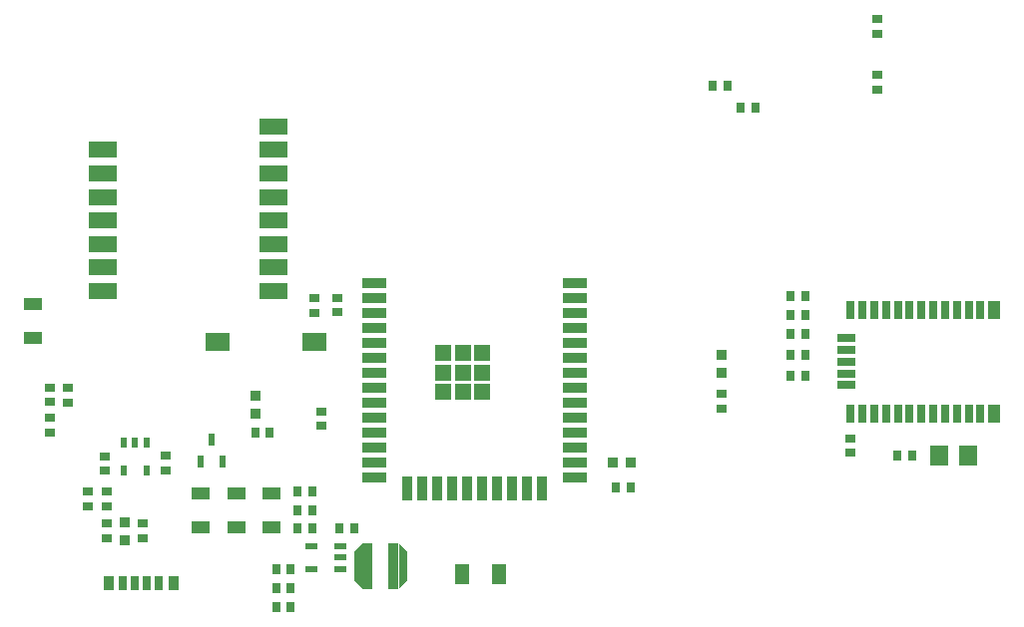
<source format=gtp>
G04*
G04 #@! TF.GenerationSoftware,Altium Limited,CircuitMaker,2.2.1 (2.2.1.6)*
G04*
G04 Layer_Color=7318015*
%FSLAX44Y44*%
%MOMM*%
G71*
G04*
G04 #@! TF.SameCoordinates,9F1E3F87-7A7F-4E4B-B1B4-4F695BE8A883*
G04*
G04*
G04 #@! TF.FilePolarity,Positive*
G04*
G01*
G75*
%ADD17R,0.7000X0.8500*%
%ADD18R,1.5000X1.0000*%
%ADD19R,2.0000X1.5000*%
%ADD20R,0.8500X0.7000*%
%ADD21R,0.8128X1.2700*%
%ADD22R,0.7112X1.2700*%
%ADD23R,0.7620X1.2700*%
%ADD24R,0.9000X0.8000*%
%ADD25R,0.8000X0.9000*%
%ADD26R,0.8128X0.8890*%
%ADD27R,1.3000X1.8000*%
%ADD28R,0.6000X0.9000*%
%ADD29R,0.6000X1.1000*%
%ADD30R,1.1000X0.5499*%
%ADD31R,0.9000X3.9000*%
%ADD32R,1.6500X1.8000*%
%ADD33R,1.5000X0.7000*%
%ADD34R,0.7000X1.5000*%
%ADD35R,1.0000X1.5000*%
%ADD36R,0.8890X0.8128*%
%ADD37R,2.0000X0.9000*%
%ADD38R,0.9000X2.0000*%
%ADD39R,1.3300X1.3300*%
%ADD40R,2.4000X1.4000*%
G36*
X264750Y17500D02*
X257750Y24500D01*
Y49500D01*
X264750Y56500D01*
Y17500D01*
D02*
G37*
G36*
X295750Y56500D02*
X302750Y49500D01*
Y24500D01*
X295750Y17500D01*
Y56500D01*
D02*
G37*
D17*
X586050Y426500D02*
D03*
X598550D02*
D03*
X562050Y444500D02*
D03*
X574550D02*
D03*
X174000Y150000D02*
D03*
X186500D02*
D03*
X204250Y18000D02*
D03*
X191750D02*
D03*
X204250Y2000D02*
D03*
X191750D02*
D03*
X627950Y198500D02*
D03*
X640450D02*
D03*
X627950Y266500D02*
D03*
X640450D02*
D03*
X718950Y130500D02*
D03*
X731450D02*
D03*
X627950Y216500D02*
D03*
X640450D02*
D03*
X628250Y233800D02*
D03*
X640750D02*
D03*
X628250Y249800D02*
D03*
X640750D02*
D03*
X480120Y104000D02*
D03*
X492620D02*
D03*
D18*
X-14300Y230800D02*
D03*
Y259800D02*
D03*
X188000Y98500D02*
D03*
Y69500D02*
D03*
X158000D02*
D03*
Y98500D02*
D03*
X128000Y69500D02*
D03*
Y98500D02*
D03*
D19*
X142300Y227000D02*
D03*
X224300D02*
D03*
D20*
X243300Y264850D02*
D03*
Y252350D02*
D03*
X78250Y73000D02*
D03*
Y60500D02*
D03*
X230000Y168250D02*
D03*
Y155750D02*
D03*
X679200Y145500D02*
D03*
Y133000D02*
D03*
X32000Y100250D02*
D03*
Y87750D02*
D03*
X48250Y73000D02*
D03*
Y60500D02*
D03*
X98060Y130440D02*
D03*
Y117940D02*
D03*
X569300Y170760D02*
D03*
Y183260D02*
D03*
X48250Y100250D02*
D03*
Y87750D02*
D03*
X0Y162500D02*
D03*
Y150000D02*
D03*
Y188500D02*
D03*
Y176000D02*
D03*
X702060Y454005D02*
D03*
Y441505D02*
D03*
Y489000D02*
D03*
Y501500D02*
D03*
D21*
X104432Y22320D02*
D03*
X49568D02*
D03*
D22*
X92240D02*
D03*
X82080D02*
D03*
D23*
X71920D02*
D03*
X61760D02*
D03*
D24*
X224300Y264550D02*
D03*
Y252050D02*
D03*
X46000Y130250D02*
D03*
Y117750D02*
D03*
X15000Y175500D02*
D03*
Y188000D02*
D03*
D25*
X191750Y34000D02*
D03*
X204250D02*
D03*
X258250Y69000D02*
D03*
X245750D02*
D03*
X209750D02*
D03*
X222250D02*
D03*
X209750Y100000D02*
D03*
X222250D02*
D03*
X209750Y84000D02*
D03*
X222250D02*
D03*
D26*
X174000Y166380D02*
D03*
Y181620D02*
D03*
X63250Y59130D02*
D03*
Y74370D02*
D03*
X569300Y216500D02*
D03*
Y201260D02*
D03*
D27*
X380500Y30000D02*
D03*
X349500D02*
D03*
D28*
X81560Y117940D02*
D03*
X62560D02*
D03*
Y141940D02*
D03*
X72060D02*
D03*
X81560D02*
D03*
D29*
X137000Y144000D02*
D03*
X146500Y126000D02*
D03*
X127500D02*
D03*
D30*
X246000Y34500D02*
D03*
Y44000D02*
D03*
Y53500D02*
D03*
X222000D02*
D03*
Y34500D02*
D03*
D31*
X291250Y37000D02*
D03*
X269250D02*
D03*
D32*
X753950Y130500D02*
D03*
X778450D02*
D03*
D33*
X675200Y210500D02*
D03*
Y220500D02*
D03*
Y230500D02*
D03*
Y200500D02*
D03*
Y190500D02*
D03*
D34*
X789200Y166500D02*
D03*
X769200D02*
D03*
X779200D02*
D03*
X759200D02*
D03*
X749200D02*
D03*
X739200D02*
D03*
X729200D02*
D03*
X719200D02*
D03*
X709200D02*
D03*
X699200D02*
D03*
X689200D02*
D03*
X679200D02*
D03*
Y254500D02*
D03*
X689200D02*
D03*
X699200D02*
D03*
X709200D02*
D03*
X719200D02*
D03*
X729200D02*
D03*
X739200D02*
D03*
X749200D02*
D03*
X759200D02*
D03*
X779200D02*
D03*
X769200D02*
D03*
X789200D02*
D03*
D35*
X800700Y166500D02*
D03*
Y254500D02*
D03*
D36*
X477380Y125000D02*
D03*
X492620D02*
D03*
D37*
X445000Y277550D02*
D03*
Y264850D02*
D03*
Y252150D02*
D03*
Y239450D02*
D03*
Y226750D02*
D03*
Y214050D02*
D03*
Y201350D02*
D03*
Y188650D02*
D03*
Y175950D02*
D03*
Y163250D02*
D03*
Y150550D02*
D03*
Y137850D02*
D03*
Y125150D02*
D03*
Y112450D02*
D03*
X275000D02*
D03*
Y125150D02*
D03*
Y137850D02*
D03*
Y150550D02*
D03*
Y163250D02*
D03*
Y175950D02*
D03*
Y188650D02*
D03*
Y201350D02*
D03*
Y214050D02*
D03*
Y226750D02*
D03*
Y239450D02*
D03*
Y252150D02*
D03*
Y264850D02*
D03*
Y277550D02*
D03*
D38*
X417150Y102450D02*
D03*
X404450D02*
D03*
X391750D02*
D03*
X379050D02*
D03*
X366350D02*
D03*
X353650D02*
D03*
X340950D02*
D03*
X328250D02*
D03*
X315550D02*
D03*
X302850D02*
D03*
D39*
X350000Y201350D02*
D03*
Y217950D02*
D03*
Y184850D02*
D03*
X366500D02*
D03*
Y217950D02*
D03*
Y201350D02*
D03*
X333500Y184850D02*
D03*
Y217950D02*
D03*
Y201350D02*
D03*
D40*
X189900Y270300D02*
D03*
Y290300D02*
D03*
Y310300D02*
D03*
Y330300D02*
D03*
Y350300D02*
D03*
Y370300D02*
D03*
Y390300D02*
D03*
Y410300D02*
D03*
X44900Y270300D02*
D03*
Y290300D02*
D03*
Y310300D02*
D03*
Y330300D02*
D03*
Y350300D02*
D03*
Y370300D02*
D03*
Y390300D02*
D03*
M02*

</source>
